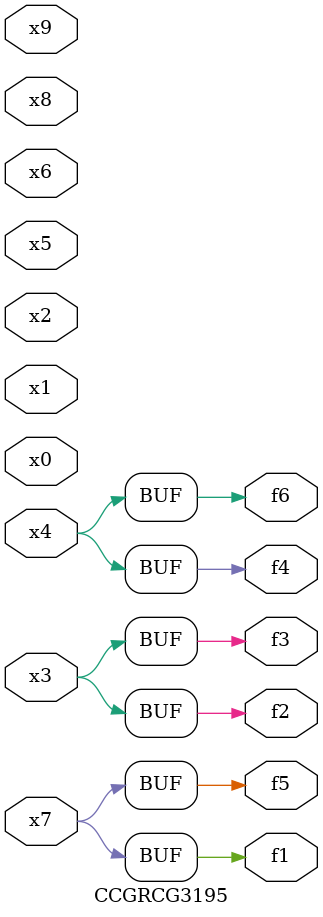
<source format=v>
module CCGRCG3195(
	input x0, x1, x2, x3, x4, x5, x6, x7, x8, x9,
	output f1, f2, f3, f4, f5, f6
);
	assign f1 = x7;
	assign f2 = x3;
	assign f3 = x3;
	assign f4 = x4;
	assign f5 = x7;
	assign f6 = x4;
endmodule

</source>
